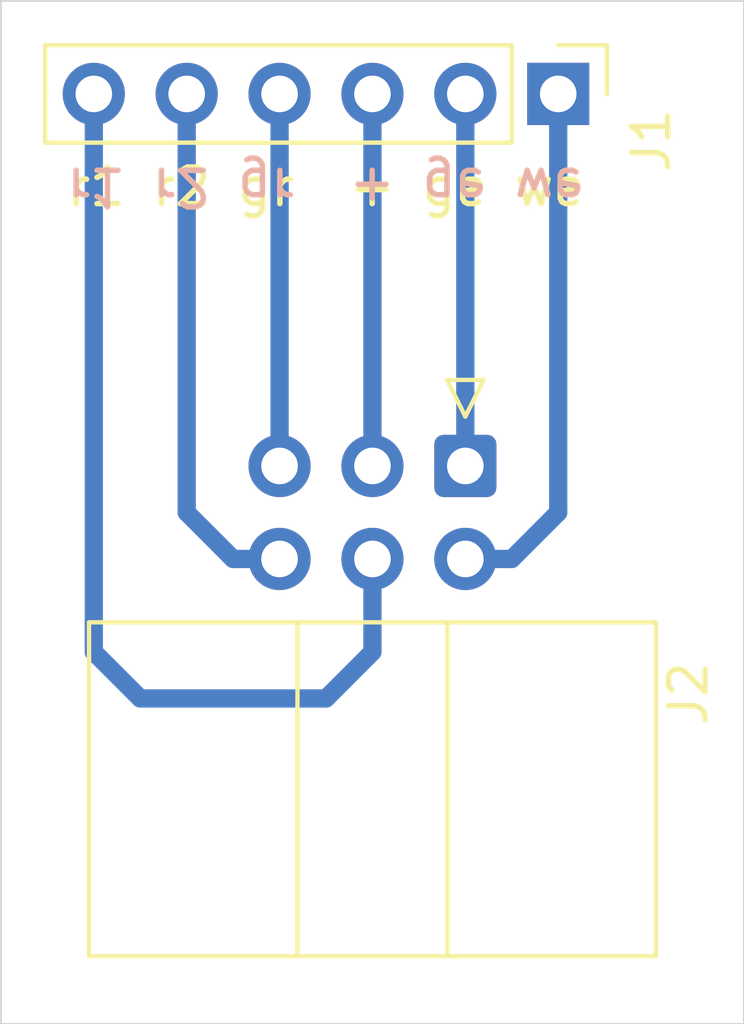
<source format=kicad_pcb>
(kicad_pcb (version 20211014) (generator pcbnew)
  (layers (0 "F.Cu" signal) (31 "B.Cu" signal) (34 "B.Paste" user) (35 "F.Paste" user) (36 "B.SilkS" user "B.Silkscreen") (37 "F.SilkS" user "F.Silkscreen") (38 "B.Mask" user) (39 "F.Mask" user) (44 "Edge.Cuts" user))
  (net 0 "")
  (net 1 "Net-(J1-Pad1)")
  (net 2 "Net-(J1-Pad2)")
  (net 3 "Net-(J1-Pad3)")
  (net 4 "Net-(J1-Pad4)")
  (net 5 "Net-(J1-Pad5)")
  (net 6 "Net-(J1-Pad6)")
  (footprint "Connectors_PinHeader_2.54mm:PinHeader_1x06_P2.54mm_Vertical" (layer "F.Cu") (at 137.16 109.22 -90)
    (fp_text reference "J1" (at 1.27 -2.54 90) (layer "F.SilkS"))
    (fp_text value "Conn_01x06_Male" hide)
    (fp_line (start -1.33 -1.33) (end 0 -1.33) (layer "F.SilkS") (width 0.12))
    (fp_line (start -1.33 1.27) (end 1.33 1.27) (layer "F.SilkS") (width 0.12))
    (fp_line (start 1.33 1.27) (end 1.33 14.03) (layer "F.SilkS") (width 0.12))
    (fp_line (start -1.33 1.27) (end -1.33 14.03) (layer "F.SilkS") (width 0.12))
    (fp_line (start -1.33 0) (end -1.33 -1.33) (layer "F.SilkS") (width 0.12))
    (fp_line (start -1.33 14.03) (end 1.33 14.03) (layer "F.SilkS") (width 0.12))
    (pad "1" thru_hole rect locked (at 0 0 270) (size 1.7 1.7) (drill 1) (layers *.Cu *.Mask) (net 1 "Net-(J1-Pad1)"))
    (pad "2" thru_hole oval locked (at 0 2.54 270) (size 1.7 1.7) (drill 1) (layers *.Cu *.Mask) (net 2 "Net-(J1-Pad2)"))
    (pad "3" thru_hole oval locked (at 0 5.08 270) (size 1.7 1.7) (drill 1) (layers *.Cu *.Mask) (net 3 "Net-(J1-Pad3)"))
    (pad "4" thru_hole oval locked (at 0 7.62 270) (size 1.7 1.7) (drill 1) (layers *.Cu *.Mask) (net 4 "Net-(J1-Pad4)"))
    (pad "5" thru_hole oval locked (at 0 10.16 270) (size 1.7 1.7) (drill 1) (layers *.Cu *.Mask) (net 5 "Net-(J1-Pad5)"))
    (pad "6" thru_hole oval locked (at 0 12.7 270) (size 1.7 1.7) (drill 1) (layers *.Cu *.Mask) (net 6 "Net-(J1-Pad6)"))
  )
  (footprint "Connectors_IDC:IDC-Header_2x03_P2.54mm_Horizontal" (layer "F.Cu") (at 134.62 119.38 -90)
    (fp_text reference "J2" (at 6.215 -6.1 90) (layer "F.SilkS"))
    (fp_text value "Conn_02x03_Top_Bottom" hide)
    (fp_line (start -2.35 0.5) (end -1.35 0) (layer "F.SilkS") (width 0.12))
    (fp_line (start 13.39 10.29) (end 4.27 10.29) (layer "F.SilkS") (width 0.12))
    (fp_line (start 13.39 -5.21) (end 13.39 10.29) (layer "F.SilkS") (width 0.12))
    (fp_line (start 4.27 0.49) (end 13.39 0.49) (layer "F.SilkS") (width 0.12))
    (fp_line (start 4.27 -5.21) (end 13.39 -5.21) (layer "F.SilkS") (width 0.12))
    (fp_line (start 4.27 4.59) (end 13.39 4.59) (layer "F.SilkS") (width 0.12))
    (fp_line (start -1.35 0) (end -2.35 -0.5) (layer "F.SilkS") (width 0.12))
    (fp_line (start -2.35 -0.5) (end -2.35 0.5) (layer "F.SilkS") (width 0.12))
    (fp_line (start 4.27 10.29) (end 4.27 -5.21) (layer "F.SilkS") (width 0.12))
    (pad "1" thru_hole roundrect locked (at 0 0 270) (size 1.7 1.7) (drill 1) (layers *.Cu *.Mask) (roundrect_rratio 0.1470588235) (net 2 "Net-(J1-Pad2)"))
    (pad "2" thru_hole circle locked (at 2.54 0 270) (size 1.7 1.7) (drill 1) (layers *.Cu *.Mask) (net 1 "Net-(J1-Pad1)"))
    (pad "3" thru_hole circle locked (at 0 2.54 270) (size 1.7 1.7) (drill 1) (layers *.Cu *.Mask) (net 3 "Net-(J1-Pad3)"))
    (pad "4" thru_hole circle locked (at 2.54 2.54 270) (size 1.7 1.7) (drill 1) (layers *.Cu *.Mask) (net 6 "Net-(J1-Pad6)"))
    (pad "5" thru_hole circle locked (at 0 5.08 270) (size 1.7 1.7) (drill 1) (layers *.Cu *.Mask) (net 4 "Net-(J1-Pad4)"))
    (pad "6" thru_hole circle locked (at 2.54 5.08 270) (size 1.7 1.7) (drill 1) (layers *.Cu *.Mask) (net 5 "Net-(J1-Pad5)"))
  )
  (gr_line (start 121.92 134.62) (end 121.92 106.68) (layer "Edge.Cuts") (width 0.05))
  (gr_line (start 121.92 106.68) (end 142.24 106.68) (layer "Edge.Cuts") (width 0.05))
  (gr_line (start 142.24 106.68) (end 142.24 134.62) (layer "Edge.Cuts") (width 0.05))
  (gr_line (start 142.24 134.62) (end 121.92 134.62) (layer "Edge.Cuts") (width 0.05))
  (gr_text "r1 r2 gr  + ge we" (at 130.81 111.76 180) (layer "B.SilkS") (effects (font (size 1 1)) (justify mirror)))
  (gr_text "r1 r2 gr  + ge we" (at 130.81 111.76) (layer "F.SilkS") (effects (font (size 1 1))))
  (segment (start 137.16 109.22) (end 137.16 120.65) (width 0.5) (layer "B.Cu") (net 1))
  (segment (start 135.89 121.92) (end 134.62 121.92) (width 0.5) (layer "B.Cu") (net 1))
  (segment (start 137.16 120.65) (end 135.89 121.92) (width 0.5) (layer "B.Cu") (net 1))
  (segment (start 134.62 109.22) (end 134.62 119.38) (width 0.5) (layer "B.Cu") (net 2))
  (segment (start 132.08 109.22) (end 132.08 119.38) (width 0.5) (layer "B.Cu") (net 3))
  (segment (start 129.54 109.22) (end 129.54 119.38) (width 0.5) (layer "B.Cu") (net 4))
  (segment (start 127 120.65) (end 128.27 121.92) (width 0.5) (layer "B.Cu") (net 5))
  (segment (start 127 109.22) (end 127 120.65) (width 0.5) (layer "B.Cu") (net 5))
  (segment (start 128.27 121.92) (end 129.54 121.92) (width 0.5) (layer "B.Cu") (net 5))
  (segment (start 132.08 124.46) (end 130.81 125.73) (width 0.5) (layer "B.Cu") (net 6))
  (segment (start 132.08 121.92) (end 132.08 124.46) (width 0.5) (layer "B.Cu") (net 6))
  (segment (start 125.73 125.73) (end 124.46 124.46) (width 0.5) (layer "B.Cu") (net 6))
  (segment (start 130.81 125.73) (end 125.73 125.73) (width 0.5) (layer "B.Cu") (net 6))
  (segment (start 124.46 124.46) (end 124.46 109.22) (width 0.5) (layer "B.Cu") (net 6))
)
</source>
